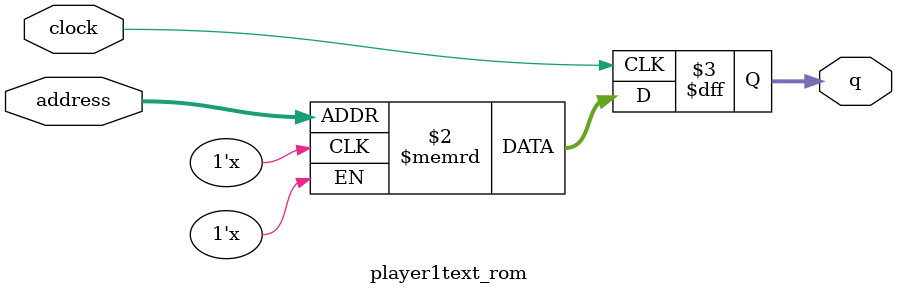
<source format=sv>
module player1text_rom (
	input logic clock,
	input logic [11:0] address,
	output logic [3:0] q
);

logic [3:0] memory [0:2815] /* synthesis ram_init_file = "./player1text/player1text.mif" */;

always_ff @ (posedge clock) begin
	q <= memory[address];
end

endmodule

</source>
